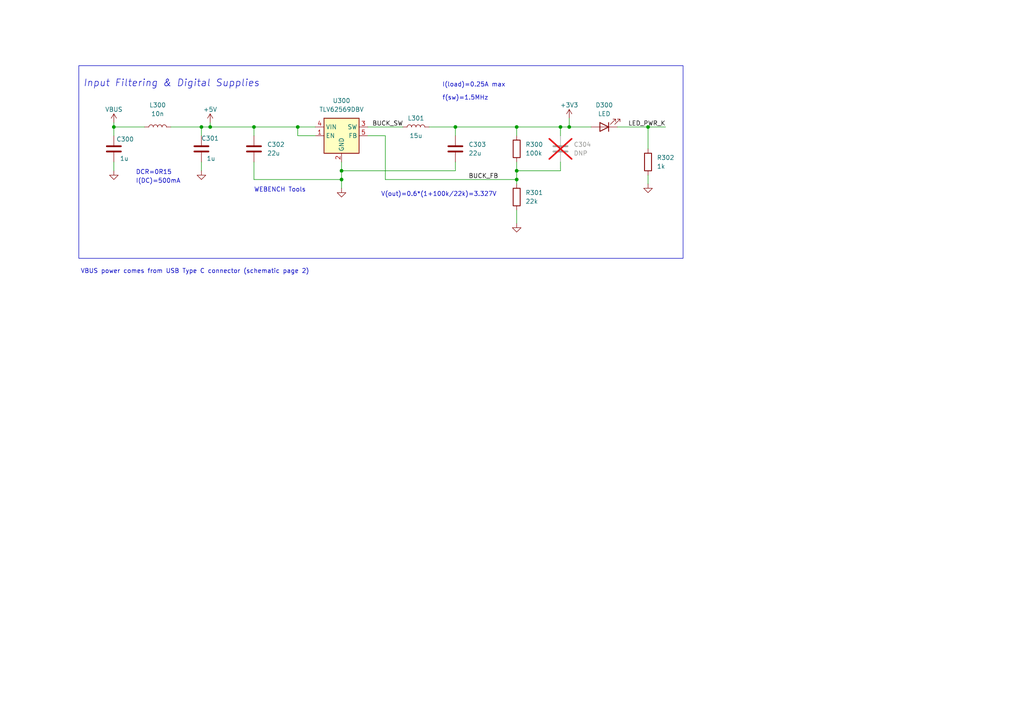
<source format=kicad_sch>
(kicad_sch (version 20231120) (generator "eeschema") (generator_version "8.0")
  (paper "A4")
  (lib_symbols
    (symbol "Device:C" (pin_numbers hide) (pin_names (offset 0.254))
      (property "Reference" "C" (at 0.635 2.54 0))
      (property "Value" "C" (at 0.635 -2.54 0))
      (symbol "C_0_1"
        (polyline (pts (xy -2.032 -0.762) (xy 2.032 -0.762)) (stroke (width 0.508)))
        (polyline (pts (xy -2.032 0.762) (xy 2.032 0.762)) (stroke (width 0.508)))
      )
      (symbol "C_1_1"
        (pin passive line (at 0 3.81 270) (length 2.794) (name "~") (number "1"))
        (pin passive line (at 0 -3.81 90) (length 2.794) (name "~") (number "2"))
      )
    )
    (symbol "Device:L" (pin_numbers hide) (pin_names (offset 1.016) hide)
      (property "Reference" "L" (at -1.27 0 90))
      (property "Value" "L" (at 1.905 0 90))
      (symbol "L_0_1"
        (arc (start 0 -2.54) (mid 0.6323 -1.905) (end 0 -1.27))
        (arc (start 0 -1.27) (mid 0.6323 -0.635) (end 0 0))
        (arc (start 0 0) (mid 0.6323 0.635) (end 0 1.27))
        (arc (start 0 1.27) (mid 0.6323 1.905) (end 0 2.54))
      )
      (symbol "L_1_1"
        (pin passive line (at 0 3.81 270) (length 1.27) (name "1") (number "1"))
        (pin passive line (at 0 -3.81 90) (length 1.27) (name "2") (number "2"))
      )
    )
    (symbol "Device:LED" (pin_numbers hide) (pin_names (offset 1.016) hide)
      (property "Reference" "D" (at 0 2.54 0))
      (property "Value" "LED" (at 0 -2.54 0))
      (symbol "LED_0_1"
        (polyline (pts (xy -1.27 -1.27) (xy -1.27 1.27)) (stroke (width 0.254)))
        (polyline (pts (xy -1.27 0) (xy 1.27 0)))
        (polyline (pts (xy 1.27 -1.27) (xy 1.27 1.27) (xy -1.27 0) (xy 1.27 -1.27)) (stroke (width 0.254)))
        (polyline (pts (xy -3.048 -0.762) (xy -4.572 -2.286) (xy -3.81 -2.286) (xy -4.572 -2.286) (xy -4.572 -1.524)))
        (polyline (pts (xy -1.778 -0.762) (xy -3.302 -2.286) (xy -2.54 -2.286) (xy -3.302 -2.286) (xy -3.302 -1.524)))
      )
      (symbol "LED_1_1"
        (pin passive line (at -3.81 0 0) (length 2.54) (name "K") (number "1"))
        (pin passive line (at 3.81 0 180) (length 2.54) (name "A") (number "2"))
      )
    )
    (symbol "Device:R" (pin_numbers hide) (pin_names (offset 0))
      (property "Reference" "R" (at 2.032 0 90))
      (property "Value" "R" (at 0 0 90))
      (symbol "R_0_1"
        (rectangle (start -1.016 -2.54) (end 1.016 2.54) (stroke (width 0.254)))
      )
      (symbol "R_1_1"
        (pin passive line (at 0 3.81 270) (length 1.27) (name "~") (number "1"))
        (pin passive line (at 0 -3.81 90) (length 1.27) (name "~") (number "2"))
      )
    )
    (symbol "Regulator_Switching:TLV62569DBV"
      (property "Reference" "U" (at -5.08 6.35 0))
      (property "Value" "TLV62569DBV" (at 0 6.35 0))
      (symbol "TLV62569DBV_0_1"
        (rectangle (start -5.08 5.08) (end 5.08 -5.08) (stroke (width 0.254)) (fill (type background)))
      )
      (symbol "TLV62569DBV_1_1"
        (pin input line (at -7.62 0 0) (length 2.54) (name "EN") (number "1"))
        (pin power_in line (at 0 -7.62 90) (length 2.54) (name "GND") (number "2"))
        (pin power_out line (at 7.62 2.54 180) (length 2.54) (name "SW") (number "3"))
        (pin power_in line (at -7.62 2.54 0) (length 2.54) (name "VIN") (number "4"))
        (pin input line (at 7.62 0 180) (length 2.54) (name "FB") (number "5"))
      )
    )
    (symbol "power:+3V3" (power) (pin_names (offset 0))
      (property "Value" "+3V3" (at 0 3.556 0))
      (symbol "+3V3_0_1"
        (polyline (pts (xy -0.762 1.27) (xy 0 2.54)))
        (polyline (pts (xy 0 0) (xy 0 2.54)))
        (polyline (pts (xy 0 2.54) (xy 0.762 1.27)))
      )
      (symbol "+3V3_1_1"
        (pin power_in line (at 0 0 90) (length 0) hide (name "+3V3") (number "1"))
      )
    )
    (symbol "power:+5V" (power) (pin_names (offset 0))
      (property "Value" "+5V" (at 0 3.556 0))
      (symbol "+5V_0_1"
        (polyline (pts (xy -0.762 1.27) (xy 0 2.54)))
        (polyline (pts (xy 0 0) (xy 0 2.54)))
        (polyline (pts (xy 0 2.54) (xy 0.762 1.27)))
      )
      (symbol "+5V_1_1"
        (pin power_in line (at 0 0 90) (length 0) hide (name "+5V") (number "1"))
      )
    )
    (symbol "power:GND" (power) (pin_names (offset 0))
      (property "Value" "GND" (at 0 -3.81 0))
      (symbol "GND_0_1"
        (polyline (pts (xy 0 0) (xy 0 -1.27) (xy 1.27 -1.27) (xy 0 -2.54) (xy -1.27 -1.27) (xy 0 -1.27)))
      )
      (symbol "GND_1_1"
        (pin power_in line (at 0 0 270) (length 0) hide (name "GND") (number "1"))
      )
    )
    (symbol "power:VBUS" (power) (pin_names (offset 0))
      (property "Value" "VBUS" (at 0 3.81 0))
      (symbol "VBUS_0_1"
        (polyline (pts (xy -0.762 1.27) (xy 0 2.54)))
        (polyline (pts (xy 0 0) (xy 0 2.54)))
        (polyline (pts (xy 0 2.54) (xy 0.762 1.27)))
      )
      (symbol "VBUS_1_1"
        (pin power_in line (at 0 0 90) (length 0) hide (name "VBUS") (number "1"))
      )
    )
  )
  (junction (at 86.36 36.83))
  (junction (at 73.66 36.83))
  (junction (at 149.86 52.07))
  (junction (at 165.1 36.83))
  (junction (at 132.08 36.83))
  (junction (at 99.06 52.07))
  (junction (at 162.56 36.83))
  (junction (at 33.02 36.83))
  (junction (at 99.06 49.53))
  (junction (at 149.86 49.53))
  (junction (at 149.86 36.83))
  (junction (at 60.96 36.83))
  (junction (at 58.42 36.83))
  (junction (at 187.96 36.83))
  (wire (pts (xy 149.86 46.99) (xy 149.86 49.53)))
  (wire (pts (xy 187.96 36.83) (xy 187.96 43.18)))
  (wire (pts (xy 162.56 36.83) (xy 162.56 39.37)))
  (wire (pts (xy 33.02 49.53) (xy 33.02 46.99)))
  (wire (pts (xy 86.36 39.37) (xy 91.44 39.37)))
  (wire (pts (xy 149.86 49.53) (xy 162.56 49.53)))
  (wire (pts (xy 73.66 36.83) (xy 86.36 36.83)))
  (wire (pts (xy 73.66 39.37) (xy 73.66 36.83)))
  (wire (pts (xy 149.86 60.96) (xy 149.86 64.77)))
  (wire (pts (xy 99.06 52.07) (xy 73.66 52.07)))
  (wire (pts (xy 165.1 34.29) (xy 165.1 36.83)))
  (wire (pts (xy 58.42 49.53) (xy 58.42 46.99)))
  (wire (pts (xy 99.06 52.07) (xy 99.06 49.53)))
  (wire (pts (xy 33.02 36.83) (xy 41.91 36.83)))
  (wire (pts (xy 149.86 52.07) (xy 111.76 52.07)))
  (wire (pts (xy 60.96 36.83) (xy 73.66 36.83)))
  (wire (pts (xy 132.08 49.53) (xy 99.06 49.53)))
  (wire (pts (xy 99.06 49.53) (xy 99.06 46.99)))
  (wire (pts (xy 116.84 36.83) (xy 106.68 36.83)))
  (wire (pts (xy 162.56 46.99) (xy 162.56 49.53)))
  (wire (pts (xy 179.07 36.83) (xy 187.96 36.83)))
  (wire (pts (xy 171.45 36.83) (xy 165.1 36.83)))
  (wire (pts (xy 33.02 35.56) (xy 33.02 36.83)))
  (wire (pts (xy 111.76 52.07) (xy 111.76 39.37)))
  (wire (pts (xy 86.36 39.37) (xy 86.36 36.83)))
  (wire (pts (xy 60.96 35.56) (xy 60.96 36.83)))
  (wire (pts (xy 106.68 39.37) (xy 111.76 39.37)))
  (wire (pts (xy 149.86 49.53) (xy 149.86 52.07)))
  (wire (pts (xy 58.42 39.37) (xy 58.42 36.83)))
  (wire (pts (xy 132.08 46.99) (xy 132.08 49.53)))
  (wire (pts (xy 73.66 52.07) (xy 73.66 46.99)))
  (wire (pts (xy 99.06 54.61) (xy 99.06 52.07)))
  (wire (pts (xy 149.86 39.37) (xy 149.86 36.83)))
  (wire (pts (xy 49.53 36.83) (xy 58.42 36.83)))
  (wire (pts (xy 149.86 36.83) (xy 132.08 36.83)))
  (wire (pts (xy 132.08 36.83) (xy 132.08 39.37)))
  (wire (pts (xy 149.86 36.83) (xy 162.56 36.83)))
  (wire (pts (xy 187.96 53.34) (xy 187.96 50.8)))
  (wire (pts (xy 124.46 36.83) (xy 132.08 36.83)))
  (wire (pts (xy 187.96 36.83) (xy 193.04 36.83)))
  (wire (pts (xy 33.02 36.83) (xy 33.02 39.37)))
  (wire (pts (xy 86.36 36.83) (xy 91.44 36.83)))
  (wire (pts (xy 165.1 36.83) (xy 162.56 36.83)))
  (wire (pts (xy 60.96 36.83) (xy 58.42 36.83)))
  (wire (pts (xy 149.86 52.07) (xy 149.86 53.34)))
  (rectangle (start 22.86 19.05) (end 198.12 74.93))
  (text "f(sw)=1.5MHz" (at 128.27 29.21 0) (effects (font (size 1.27 1.27)) (justify left bottom)))
  (text "V(out)=0.6*(1+100k/22k)=3.327V" (at 110.49 57.15 0) (effects (font (size 1.27 1.27)) (justify left bottom)))
  (text "VBUS power comes from USB Type C connector (schematic page 2)" (at 23.368 79.502 0) (effects (font (size 1.27 1.27)) (justify left bottom)))
  (text "I(load)=0.25A max" (at 128.27 25.4 0) (effects (font (size 1.27 1.27)) (justify left bottom)))
  (text "DCR=0R15" (at 39.37 50.8 0) (effects (font (size 1.27 1.27)) (justify left bottom)))
  (text "WEBENCH Tools" (at 73.66 55.88 0) (effects (font (size 1.27 1.27)) (justify left bottom)))
  (text "Input Filtering & Digital Supplies" (at 24.13 25.4 0) (effects (font (size 2.0066 2.0066) (italic yes)) (justify left bottom)))
  (text "I(DC)=500mA" (at 39.37 53.34 0) (effects (font (size 1.27 1.27)) (justify left bottom)))
  (label "BUCK_FB" (at 135.89 52.07 0))
  (label "BUCK_SW" (at 107.95 36.83 0))
  (label "LED_PWR_K" (at 193.04 36.83 180))
  (symbol (lib_id "power:GND") (at 187.96 53.34 0) (unit 1)
    (property "Reference" "#PWR038" (effects (hide yes)))
    (property "Value" "GND" (effects (hide yes)))
  )
  (symbol (lib_id "Device:C") (at 33.02 43.18 0) (mirror y) (unit 1)
    (property "Reference" "C300" (at 38.862 40.386 0) (effects (justify left)))
    (property "Value" "1u" (at 37.338 45.974 0) (effects (justify left)))
    (property "Footprint" "Capacitor_SMD:C_0603_1608Metric" (effects (hide yes)))
  )
  (symbol (lib_id "Device:R") (at 187.96 46.99 180) (unit 1)
    (property "Reference" "R302" (at 190.5 45.72 0) (effects (justify right)))
    (property "Value" "1k" (at 190.5 48.26 0) (effects (justify right)))
    (property "Footprint" "Resistor_SMD:R_0402_1005Metric" (effects (hide yes)))
  )
  (symbol (lib_id "power:GND") (at 99.06 54.61 0) (unit 1)
    (property "Reference" "#PWR033" (effects (hide yes)))
    (property "Value" "GND" (effects (hide yes)))
  )
  (symbol (lib_id "power:GND") (at 33.02 49.53 0) (unit 1)
    (property "Reference" "#PWR030" (effects (hide yes)))
    (property "Value" "GND" (effects (hide yes)))
  )
  (symbol (lib_id "power:+5V") (at 60.96 35.56 0) (unit 1)
    (property "Reference" "#PWR032" (effects (hide yes)))
    (property "Value" "+5V" (at 60.96 31.75 0))
  )
  (symbol (lib_id "Device:R") (at 149.86 43.18 180) (unit 1)
    (property "Reference" "R300" (at 152.4 41.91 0) (effects (justify right)))
    (property "Value" "100k" (at 152.4 44.45 0) (effects (justify right)))
    (property "Footprint" "Resistor_SMD:R_0402_1005Metric" (effects (hide yes)))
  )
  (symbol (lib_id "power:VBUS") (at 33.02 35.56 0) (unit 1)
    (property "Reference" "#PWR023" (effects (hide yes)))
    (property "Value" "VBUS" (at 33.02 31.75 0))
  )
  (symbol (lib_id "Regulator_Switching:TLV62569DBV") (at 99.06 39.37 0) (unit 1)
    (property "Reference" "U300" (at 99.06 29.21 0))
    (property "Value" "TLV62569DBV" (at 99.06 31.75 0))
    (property "Footprint" "Package_TO_SOT_SMD:SOT-23-5" (effects (hide yes)))
    (property "Datasheet" "http://www.ti.com/lit/ds/symlink/tlv62569.pdf" (effects (hide yes)))
    (property "Manufacturer" "Texas Instruments" (effects (hide yes)))
    (property "DigiKey Part Number" "296-47360-6-ND" (effects (hide yes)))
    (property "Manufacturer Product Number" "TLV62569DBVR" (effects (hide yes)))
  )
  (symbol (lib_id "Device:C") (at 162.56 43.18 0) (unit 1) (dnp yes)
    (property "Reference" "C304" (at 166.37 41.91 0) (effects (justify left)))
    (property "Value" "DNP" (at 166.37 44.45 0) (effects (justify left)))
    (property "Footprint" "Capacitor_SMD:C_0402_1005Metric" (effects (hide yes)))
  )
  (symbol (lib_id "Device:C") (at 73.66 43.18 0) (unit 1)
    (property "Reference" "C302" (at 77.47 41.91 0) (effects (justify left)))
    (property "Value" "22u" (at 77.47 44.45 0) (effects (justify left)))
    (property "Footprint" "Capacitor_SMD:C_0805_2012Metric" (effects (hide yes)))
  )
  (symbol (lib_id "power:GND") (at 149.86 64.77 0) (unit 1)
    (property "Reference" "#PWR036" (effects (hide yes)))
    (property "Value" "GND" (effects (hide yes)))
  )
  (symbol (lib_id "Device:C") (at 132.08 43.18 0) (unit 1)
    (property "Reference" "C303" (at 135.89 41.91 0) (effects (justify left)))
    (property "Value" "22u" (at 135.89 44.45 0) (effects (justify left)))
    (property "Footprint" "Capacitor_SMD:C_0805_2012Metric" (effects (hide yes)))
  )
  (symbol (lib_id "Device:C") (at 58.42 43.18 0) (mirror y) (unit 1)
    (property "Reference" "C301" (at 63.5 40.132 0) (effects (justify left)))
    (property "Value" "1u" (at 62.484 45.974 0) (effects (justify left)))
    (property "Footprint" "Capacitor_SMD:C_0603_1608Metric" (effects (hide yes)))
  )
  (symbol (lib_id "power:GND") (at 58.42 49.53 0) (unit 1)
    (property "Reference" "#PWR031" (effects (hide yes)))
    (property "Value" "GND" (effects (hide yes)))
  )
  (symbol (lib_id "power:+3V3") (at 165.1 34.29 0) (unit 1)
    (property "Reference" "#PWR037" (effects (hide yes)))
    (property "Value" "+3V3" (at 165.1 30.48 0))
  )
  (symbol (lib_id "Device:LED") (at 175.26 36.83 180) (unit 1)
    (property "Reference" "D300" (at 175.26 30.48 0))
    (property "Value" "LED" (at 175.26 33.02 0))
    (property "Footprint" "LED_SMD:LED_0603_1608Metric" (effects (hide yes)))
  )
  (symbol (lib_id "Device:L") (at 45.72 36.83 90) (unit 1)
    (property "Reference" "L300" (at 45.72 30.48 90))
    (property "Value" "10n" (at 45.72 33.02 90))
    (property "Footprint" "Inductor_SMD:L_0402_1005Metric" (effects (hide yes)))
  )
  (symbol (lib_id "Device:R") (at 149.86 57.15 180) (unit 1)
    (property "Reference" "R301" (at 152.4 55.88 0) (effects (justify right)))
    (property "Value" "22k" (at 152.4 58.42 0) (effects (justify right)))
    (property "Footprint" "Resistor_SMD:R_0402_1005Metric" (effects (hide yes)))
  )
  (symbol (lib_id "Device:L") (at 120.65 36.83 90) (unit 1)
    (property "Reference" "L301" (at 120.65 34.29 90))
    (property "Value" "15u" (at 120.65 39.37 90))
    (property "Footprint" "BlackPill:MWSA0603S" (effects (hide yes)))
    (property "Manufacturer" "Shenzhen Sunlord Electronics Co., Ltd." (effects (hide yes)))
    (property "DigiKey Part Number" "3442-MWSA0603S-150MTDKR-ND" (effects (hide yes)))
    (property "Manufacturer Product Number" "MWSA0603S-150MT" (effects (hide yes)))
  )
)
</source>
